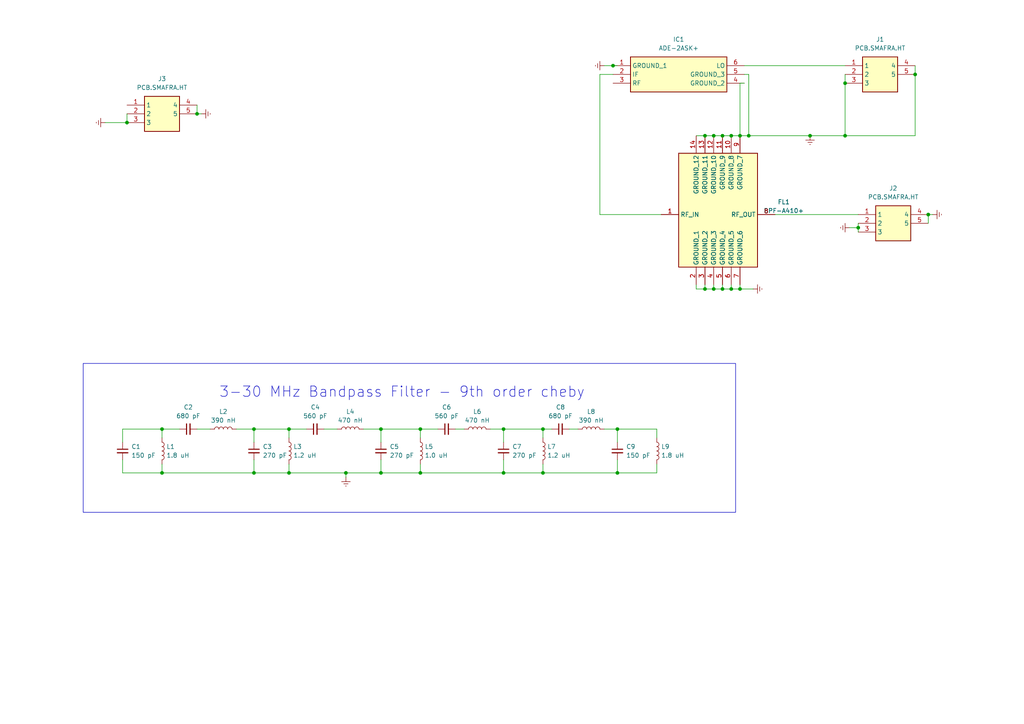
<source format=kicad_sch>
(kicad_sch (version 20230121) (generator eeschema)
  (paper "A4")
  (lib_symbols
    (symbol "Device:C_Small" (pin_numbers hide) (pin_names (offset 0.254) hide)
      (property "Reference" "C" (at 0.254 1.778 0))
      (property "Value" "C_Small" (at 0.254 -2.032 0))
      (symbol "C_Small_0_1"
        (polyline (pts (xy -1.524 -0.508) (xy 1.524 -0.508)) (stroke (width 0.3302)))
        (polyline (pts (xy -1.524 0.508) (xy 1.524 0.508)) (stroke (width 0.3048)))
      )
      (symbol "C_Small_1_1"
        (pin passive line (at 0 2.54 270) (length 2.032) (name "~") (number "1"))
        (pin passive line (at 0 -2.54 90) (length 2.032) (name "~") (number "2"))
      )
    )
    (symbol "Device:L" (pin_numbers hide) (pin_names (offset 1.016) hide)
      (property "Reference" "L" (at -1.27 0 90))
      (property "Value" "L" (at 1.905 0 90))
      (symbol "L_0_1"
        (arc (start 0 -2.54) (mid 0.6323 -1.905) (end 0 -1.27))
        (arc (start 0 -1.27) (mid 0.6323 -0.635) (end 0 0))
        (arc (start 0 0) (mid 0.6323 0.635) (end 0 1.27))
        (arc (start 0 1.27) (mid 0.6323 1.905) (end 0 2.54))
      )
      (symbol "L_1_1"
        (pin passive line (at 0 3.81 270) (length 1.27) (name "1") (number "1"))
        (pin passive line (at 0 -3.81 90) (length 1.27) (name "2") (number "2"))
      )
    )
    (symbol "SamacSys_Parts:ADE-2ASK+"
      (property "Reference" "IC" (at 34.29 7.62 0))
      (property "Value" "ADE-2ASK+" (at 34.29 5.08 0))
      (symbol "ADE-2ASK+_1_1"
        (rectangle (start 5.08 2.54) (end 33.02 -7.62) (stroke (width 0.254)) (fill (type background)))
        (pin passive line (at 0 0 0) (length 5.08) (name "GROUND_1") (number "1"))
        (pin passive line (at 0 -2.54 0) (length 5.08) (name "IF") (number "2"))
        (pin passive line (at 0 -5.08 0) (length 5.08) (name "RF") (number "3"))
        (pin passive line (at 38.1 -5.08 180) (length 5.08) (name "GROUND_2") (number "4"))
        (pin passive line (at 38.1 -2.54 180) (length 5.08) (name "GROUND_3") (number "5"))
        (pin passive line (at 38.1 0 180) (length 5.08) (name "LO") (number "6"))
      )
    )
    (symbol "SamacSys_Parts:BPF-A410+"
      (property "Reference" "FL" (at 29.21 22.86 0))
      (property "Value" "BPF-A410+" (at 29.21 20.32 0))
      (symbol "BPF-A410+_1_1"
        (rectangle (start 5.08 17.78) (end 27.94 -15.24) (stroke (width 0.254)) (fill (type background)))
        (pin passive line (at 0 0 0) (length 5.08) (name "RF_IN") (number "1"))
        (pin passive line (at 20.32 22.86 270) (length 5.08) (name "GROUND_8") (number "10"))
        (pin passive line (at 17.78 22.86 270) (length 5.08) (name "GROUND_9") (number "11"))
        (pin passive line (at 15.24 22.86 270) (length 5.08) (name "GROUND_10") (number "12"))
        (pin passive line (at 12.7 22.86 270) (length 5.08) (name "GROUND_11") (number "13"))
        (pin passive line (at 10.16 22.86 270) (length 5.08) (name "GROUND_12") (number "14"))
        (pin passive line (at 10.16 -20.32 90) (length 5.08) (name "GROUND_1") (number "2"))
        (pin passive line (at 12.7 -20.32 90) (length 5.08) (name "GROUND_2") (number "3"))
        (pin passive line (at 15.24 -20.32 90) (length 5.08) (name "GROUND_3") (number "4"))
        (pin passive line (at 17.78 -20.32 90) (length 5.08) (name "GROUND_4") (number "5"))
        (pin passive line (at 20.32 -20.32 90) (length 5.08) (name "GROUND_5") (number "6"))
        (pin passive line (at 22.86 -20.32 90) (length 5.08) (name "GROUND_6") (number "7"))
        (pin passive line (at 33.02 0 180) (length 5.08) (name "RF_OUT") (number "8"))
        (pin passive line (at 22.86 22.86 270) (length 5.08) (name "GROUND_7") (number "9"))
      )
    )
    (symbol "SamacSys_Parts:PCB.SMAFRA.HT"
      (property "Reference" "J" (at 16.51 7.62 0))
      (property "Value" "PCB.SMAFRA.HT" (at 16.51 5.08 0))
      (symbol "PCB.SMAFRA.HT_1_1"
        (rectangle (start 5.08 2.54) (end 15.24 -7.62) (stroke (width 0.254)) (fill (type background)))
        (pin passive line (at 0 0 0) (length 5.08) (name "1") (number "1"))
        (pin passive line (at 0 -2.54 0) (length 5.08) (name "2") (number "2"))
        (pin passive line (at 0 -5.08 0) (length 5.08) (name "3") (number "3"))
        (pin passive line (at 20.32 0 180) (length 5.08) (name "4") (number "4"))
        (pin passive line (at 20.32 -2.54 180) (length 5.08) (name "5") (number "5"))
      )
    )
    (symbol "power:Earth" (power) (pin_names (offset 0))
      (symbol "Earth_0_1"
        (polyline (pts (xy -0.635 -1.905) (xy 0.635 -1.905)))
        (polyline (pts (xy -0.127 -2.54) (xy 0.127 -2.54)))
        (polyline (pts (xy 0 -1.27) (xy 0 0)))
        (polyline (pts (xy 1.27 -1.27) (xy -1.27 -1.27)))
      )
      (symbol "Earth_1_1"
        (pin power_in line (at 0 0 270) (length 0) hide (name "Earth") (number "1"))
      )
    )
  )
  (junction (at 83.82 124.46))
  (junction (at 214.63 39.37))
  (junction (at 212.09 39.37))
  (junction (at 46.99 137.16))
  (junction (at 110.49 137.16))
  (junction (at 110.49 124.46))
  (junction (at 179.07 124.46))
  (junction (at 207.01 39.37))
  (junction (at 204.47 39.37))
  (junction (at 36.83 35.56))
  (junction (at 265.43 21.59))
  (junction (at 204.47 83.82))
  (junction (at 209.55 83.82))
  (junction (at 121.92 137.16))
  (junction (at 245.11 39.37))
  (junction (at 217.17 39.37))
  (junction (at 179.07 137.16))
  (junction (at 100.33 137.16))
  (junction (at 73.66 124.46))
  (junction (at 73.66 137.16))
  (junction (at 245.11 24.13))
  (junction (at 209.55 39.37))
  (junction (at 157.48 137.16))
  (junction (at 146.05 124.46))
  (junction (at 157.48 124.46))
  (junction (at 177.8 19.05))
  (junction (at 234.95 39.37))
  (junction (at 214.63 83.82))
  (junction (at 269.24 62.23))
  (junction (at 46.99 124.46))
  (junction (at 207.01 83.82))
  (junction (at 83.82 137.16))
  (junction (at 121.92 124.46))
  (junction (at 212.09 83.82))
  (junction (at 146.05 137.16))
  (junction (at 57.15 33.02))
  (junction (at 248.92 66.04))
  (wire (pts (xy 173.99 62.23) (xy 191.77 62.23)))
  (wire (pts (xy 36.83 33.02) (xy 36.83 35.56)))
  (wire (pts (xy 265.43 21.59) (xy 265.43 39.37)))
  (wire (pts (xy 214.63 39.37) (xy 217.17 39.37)))
  (wire (pts (xy 214.63 83.82) (xy 218.44 83.82)))
  (wire (pts (xy 83.82 124.46) (xy 88.9 124.46)))
  (wire (pts (xy 121.92 137.16) (xy 146.05 137.16)))
  (wire (pts (xy 212.09 83.82) (xy 212.09 82.55)))
  (wire (pts (xy 246.38 66.04) (xy 248.92 66.04)))
  (wire (pts (xy 30.48 35.56) (xy 36.83 35.56)))
  (wire (pts (xy 215.9 19.05) (xy 245.11 19.05)))
  (wire (pts (xy 97.79 124.46) (xy 93.98 124.46)))
  (wire (pts (xy 217.17 21.59) (xy 215.9 21.59)))
  (wire (pts (xy 73.66 137.16) (xy 83.82 137.16)))
  (wire (pts (xy 73.66 137.16) (xy 46.99 137.16)))
  (wire (pts (xy 167.64 124.46) (xy 165.1 124.46)))
  (wire (pts (xy 217.17 21.59) (xy 217.17 39.37)))
  (wire (pts (xy 60.96 124.46) (xy 57.15 124.46)))
  (wire (pts (xy 179.07 137.16) (xy 157.48 137.16)))
  (wire (pts (xy 146.05 124.46) (xy 146.05 128.27)))
  (wire (pts (xy 110.49 137.16) (xy 100.33 137.16)))
  (wire (pts (xy 234.95 39.37) (xy 245.11 39.37)))
  (wire (pts (xy 175.26 19.05) (xy 177.8 19.05)))
  (wire (pts (xy 57.15 30.48) (xy 57.15 33.02)))
  (wire (pts (xy 35.56 128.27) (xy 35.56 124.46)))
  (wire (pts (xy 248.92 66.04) (xy 248.92 67.31)))
  (wire (pts (xy 105.41 124.46) (xy 110.49 124.46)))
  (wire (pts (xy 100.33 137.16) (xy 100.33 138.43)))
  (wire (pts (xy 217.17 39.37) (xy 234.95 39.37)))
  (wire (pts (xy 134.62 124.46) (xy 132.08 124.46)))
  (wire (pts (xy 265.43 39.37) (xy 245.11 39.37)))
  (wire (pts (xy 121.92 124.46) (xy 110.49 124.46)))
  (wire (pts (xy 83.82 134.62) (xy 83.82 137.16)))
  (wire (pts (xy 212.09 83.82) (xy 209.55 83.82)))
  (wire (pts (xy 73.66 133.35) (xy 73.66 137.16)))
  (wire (pts (xy 207.01 39.37) (xy 209.55 39.37)))
  (wire (pts (xy 83.82 127) (xy 83.82 124.46)))
  (wire (pts (xy 146.05 137.16) (xy 157.48 137.16)))
  (wire (pts (xy 146.05 133.35) (xy 146.05 137.16)))
  (wire (pts (xy 209.55 83.82) (xy 209.55 82.55)))
  (wire (pts (xy 214.63 24.13) (xy 215.9 24.13)))
  (wire (pts (xy 201.93 83.82) (xy 204.47 83.82)))
  (wire (pts (xy 142.24 124.46) (xy 146.05 124.46)))
  (wire (pts (xy 204.47 83.82) (xy 204.47 82.55)))
  (wire (pts (xy 207.01 83.82) (xy 204.47 83.82)))
  (wire (pts (xy 173.99 21.59) (xy 173.99 62.23)))
  (wire (pts (xy 207.01 83.82) (xy 207.01 82.55)))
  (wire (pts (xy 201.93 83.82) (xy 201.93 82.55)))
  (wire (pts (xy 179.07 133.35) (xy 179.07 137.16)))
  (wire (pts (xy 100.33 137.16) (xy 83.82 137.16)))
  (wire (pts (xy 121.92 137.16) (xy 110.49 137.16)))
  (wire (pts (xy 269.24 62.23) (xy 270.51 62.23)))
  (wire (pts (xy 57.15 33.02) (xy 58.42 33.02)))
  (wire (pts (xy 224.79 62.23) (xy 248.92 62.23)))
  (wire (pts (xy 73.66 124.46) (xy 73.66 128.27)))
  (wire (pts (xy 175.26 124.46) (xy 179.07 124.46)))
  (wire (pts (xy 52.07 124.46) (xy 46.99 124.46)))
  (wire (pts (xy 245.11 39.37) (xy 245.11 24.13)))
  (wire (pts (xy 157.48 127) (xy 157.48 124.46)))
  (wire (pts (xy 46.99 137.16) (xy 46.99 134.62)))
  (wire (pts (xy 190.5 124.46) (xy 190.5 127)))
  (wire (pts (xy 110.49 133.35) (xy 110.49 137.16)))
  (wire (pts (xy 212.09 39.37) (xy 214.63 39.37)))
  (wire (pts (xy 248.92 64.77) (xy 248.92 66.04)))
  (wire (pts (xy 35.56 137.16) (xy 46.99 137.16)))
  (wire (pts (xy 245.11 21.59) (xy 245.11 24.13)))
  (wire (pts (xy 177.8 19.05) (xy 179.07 19.05)))
  (wire (pts (xy 214.63 83.82) (xy 214.63 82.55)))
  (wire (pts (xy 214.63 24.13) (xy 214.63 39.37)))
  (wire (pts (xy 173.99 21.59) (xy 177.8 21.59)))
  (wire (pts (xy 269.24 62.23) (xy 269.24 64.77)))
  (wire (pts (xy 68.58 124.46) (xy 73.66 124.46)))
  (wire (pts (xy 209.55 83.82) (xy 207.01 83.82)))
  (wire (pts (xy 265.43 19.05) (xy 265.43 21.59)))
  (wire (pts (xy 204.47 39.37) (xy 207.01 39.37)))
  (wire (pts (xy 190.5 137.16) (xy 190.5 134.62)))
  (wire (pts (xy 146.05 124.46) (xy 157.48 124.46)))
  (wire (pts (xy 160.02 124.46) (xy 157.48 124.46)))
  (wire (pts (xy 179.07 128.27) (xy 179.07 124.46)))
  (wire (pts (xy 121.92 127) (xy 121.92 124.46)))
  (wire (pts (xy 121.92 134.62) (xy 121.92 137.16)))
  (wire (pts (xy 179.07 137.16) (xy 190.5 137.16)))
  (wire (pts (xy 179.07 124.46) (xy 190.5 124.46)))
  (wire (pts (xy 209.55 39.37) (xy 212.09 39.37)))
  (wire (pts (xy 110.49 124.46) (xy 110.49 128.27)))
  (wire (pts (xy 157.48 134.62) (xy 157.48 137.16)))
  (wire (pts (xy 201.93 39.37) (xy 204.47 39.37)))
  (wire (pts (xy 46.99 124.46) (xy 46.99 127)))
  (wire (pts (xy 214.63 83.82) (xy 212.09 83.82)))
  (wire (pts (xy 35.56 124.46) (xy 46.99 124.46)))
  (wire (pts (xy 127 124.46) (xy 121.92 124.46)))
  (wire (pts (xy 73.66 124.46) (xy 83.82 124.46)))
  (wire (pts (xy 35.56 133.35) (xy 35.56 137.16)))
  (rectangle (start 24.13 105.41) (end 213.36 148.59))
  (text "3-30 MHz Bandpass Filter - 9th order cheby" (at 63.5 115.57 0) (effects (font (size 3 3)) (justify left bottom)))
  (symbol (lib_id "Device:L") (at 101.6 124.46 90) (unit 1)
    (property "Reference" "L4" (at 101.6 119.38 90))
    (property "Value" "470 nH" (at 101.6 121.92 90))
  )
  (symbol (lib_id "Device:C_Small") (at 129.54 124.46 90) (unit 1)
    (property "Reference" "C6" (at 129.5463 118.11 90))
    (property "Value" "560 pF" (at 129.5463 120.65 90))
  )
  (symbol (lib_id "SamacSys_Parts:PCB.SMAFRA.HT") (at 36.83 30.48 0) (unit 1)
    (property "Reference" "J3" (at 46.99 22.86 0))
    (property "Value" "PCB.SMAFRA.HT" (at 46.99 25.4 0))
    (property "Footprint" "SamacSys_Parts:PCBSMAFRAHT" (effects hide))
    (property "Datasheet" "https://www.mouser.com/datasheet/2/398/PCB_SMAFRA_HT-3137267.pdf" (effects hide))
    (property "Height" "9" (effects hide))
    (property "Mouser Part Number" "960-PCB.SMAFRA.HT" (effects hide))
    (property "Mouser Price/Stock" "https://www.mouser.co.uk/ProductDetail/Taoglas/PCB.SMAFRA.HT?qs=RuW%2Fu%252BNMQmubIFYcN8w5Dw%3D%3D" (effects hide))
    (property "Manufacturer_Name" "Taoglas" (effects hide))
    (property "Manufacturer_Part_Number" "PCB.SMAFRA.HT" (effects hide))
  )
  (symbol (lib_id "power:Earth") (at 100.33 138.43 0) (unit 1)
    (property "Reference" "#PWR08" (effects hide))
    (property "Value" "Earth" (effects hide))
  )
  (symbol (lib_id "Device:L") (at 138.43 124.46 90) (unit 1)
    (property "Reference" "L6" (at 138.43 119.38 90))
    (property "Value" "470 nH" (at 138.43 121.92 90))
  )
  (symbol (lib_id "SamacSys_Parts:ADE-2ASK+") (at 177.8 19.05 0) (unit 1)
    (property "Reference" "IC1" (at 196.85 11.43 0))
    (property "Value" "ADE-2ASK+" (at 196.85 13.97 0))
    (property "Footprint" "SamacSys_Parts:ADE2ASK" (effects hide))
    (property "Datasheet" "https://www.minicircuits.com/pdfs/ADE-2ASK+.pdf" (effects hide))
    (property "Height" "2.84" (effects hide))
    (property "Mouser Part Number" "139-ADE-2ASK" (effects hide))
    (property "Mouser Price/Stock" "https://www.mouser.co.uk/ProductDetail/Mini-Circuits/ADE-2ASK%2b?qs=xZ%2FP%252Ba9zWqaZUxrKmCmYgw%3D%3D" (effects hide))
    (property "Manufacturer_Name" "Mini-Circuits" (effects hide))
    (property "Manufacturer_Part_Number" "ADE-2ASK+" (effects hide))
  )
  (symbol (lib_id "Device:L") (at 64.77 124.46 90) (unit 1)
    (property "Reference" "L2" (at 64.77 119.38 90))
    (property "Value" "390 nH" (at 64.77 121.92 90))
  )
  (symbol (lib_id "Device:L") (at 190.5 130.81 0) (unit 1)
    (property "Reference" "L9" (at 191.77 129.54 0) (effects (justify left)))
    (property "Value" "1.8 uH" (at 191.77 132.08 0) (effects (justify left)))
  )
  (symbol (lib_id "power:Earth") (at 218.44 83.82 90) (unit 1)
    (property "Reference" "#PWR03" (effects hide))
    (property "Value" "Earth" (effects hide))
  )
  (symbol (lib_id "Device:L") (at 46.99 130.81 0) (unit 1)
    (property "Reference" "L1" (at 48.26 129.54 0) (effects (justify left)))
    (property "Value" "1.8 uH" (at 48.26 132.08 0) (effects (justify left)))
  )
  (symbol (lib_id "power:Earth") (at 58.42 33.02 90) (unit 1)
    (property "Reference" "#PWR07" (effects hide))
    (property "Value" "Earth" (effects hide))
  )
  (symbol (lib_id "Device:L") (at 157.48 130.81 0) (unit 1)
    (property "Reference" "L7" (at 158.75 129.54 0) (effects (justify left)))
    (property "Value" "1.2 uH" (at 158.75 132.08 0) (effects (justify left)))
  )
  (symbol (lib_id "power:Earth") (at 270.51 62.23 90) (unit 1)
    (property "Reference" "#PWR04" (effects hide))
    (property "Value" "Earth" (effects hide))
  )
  (symbol (lib_id "Device:L") (at 83.82 130.81 0) (unit 1)
    (property "Reference" "L3" (at 85.09 129.54 0) (effects (justify left)))
    (property "Value" "1.2 uH" (at 85.09 132.08 0) (effects (justify left)))
  )
  (symbol (lib_id "power:Earth") (at 234.95 39.37 0) (unit 1)
    (property "Reference" "#PWR02" (effects hide))
    (property "Value" "Earth" (effects hide))
  )
  (symbol (lib_id "SamacSys_Parts:PCB.SMAFRA.HT") (at 248.92 62.23 0) (unit 1)
    (property "Reference" "J2" (at 259.08 54.61 0))
    (property "Value" "PCB.SMAFRA.HT" (at 259.08 57.15 0))
    (property "Footprint" "SamacSys_Parts:PCBSMAFRAHT" (effects hide))
    (property "Datasheet" "https://www.mouser.com/datasheet/2/398/PCB_SMAFRA_HT-3137267.pdf" (effects hide))
    (property "Height" "9" (effects hide))
    (property "Mouser Part Number" "960-PCB.SMAFRA.HT" (effects hide))
    (property "Mouser Price/Stock" "https://www.mouser.co.uk/ProductDetail/Taoglas/PCB.SMAFRA.HT?qs=RuW%2Fu%252BNMQmubIFYcN8w5Dw%3D%3D" (effects hide))
    (property "Manufacturer_Name" "Taoglas" (effects hide))
    (property "Manufacturer_Part_Number" "PCB.SMAFRA.HT" (effects hide))
  )
  (symbol (lib_id "Device:L") (at 171.45 124.46 90) (unit 1)
    (property "Reference" "L8" (at 171.45 119.38 90))
    (property "Value" "390 nH" (at 171.45 121.92 90))
  )
  (symbol (lib_id "power:Earth") (at 30.48 35.56 270) (unit 1)
    (property "Reference" "#PWR06" (effects hide))
    (property "Value" "Earth" (effects hide))
  )
  (symbol (lib_id "Device:C_Small") (at 35.56 130.81 0) (unit 1)
    (property "Reference" "C1" (at 38.1 129.5463 0) (effects (justify left)))
    (property "Value" "150 pF" (at 38.1 132.0863 0) (effects (justify left)))
  )
  (symbol (lib_id "Device:C_Small") (at 179.07 130.81 0) (unit 1)
    (property "Reference" "C9" (at 181.61 129.5463 0) (effects (justify left)))
    (property "Value" "150 pF" (at 181.61 132.0863 0) (effects (justify left)))
  )
  (symbol (lib_id "Device:C_Small") (at 91.44 124.46 90) (unit 1)
    (property "Reference" "C4" (at 91.4463 118.11 90))
    (property "Value" "560 pF" (at 91.4463 120.65 90))
  )
  (symbol (lib_id "Device:C_Small") (at 73.66 130.81 0) (unit 1)
    (property "Reference" "C3" (at 76.2 129.5463 0) (effects (justify left)))
    (property "Value" "270 pF" (at 76.2 132.0863 0) (effects (justify left)))
  )
  (symbol (lib_id "SamacSys_Parts:PCB.SMAFRA.HT") (at 245.11 19.05 0) (unit 1)
    (property "Reference" "J1" (at 255.27 11.43 0))
    (property "Value" "PCB.SMAFRA.HT" (at 255.27 13.97 0))
    (property "Footprint" "SamacSys_Parts:PCBSMAFRAHT" (effects hide))
    (property "Datasheet" "https://www.mouser.com/datasheet/2/398/PCB_SMAFRA_HT-3137267.pdf" (effects hide))
    (property "Height" "9" (effects hide))
    (property "Mouser Part Number" "960-PCB.SMAFRA.HT" (effects hide))
    (property "Mouser Price/Stock" "https://www.mouser.co.uk/ProductDetail/Taoglas/PCB.SMAFRA.HT?qs=RuW%2Fu%252BNMQmubIFYcN8w5Dw%3D%3D" (effects hide))
    (property "Manufacturer_Name" "Taoglas" (effects hide))
    (property "Manufacturer_Part_Number" "PCB.SMAFRA.HT" (effects hide))
  )
  (symbol (lib_id "Device:L") (at 121.92 130.81 0) (unit 1)
    (property "Reference" "L5" (at 123.19 129.54 0) (effects (justify left)))
    (property "Value" "1.0 uH" (at 123.19 132.08 0) (effects (justify left)))
  )
  (symbol (lib_id "SamacSys_Parts:BPF-A410+") (at 191.77 62.23 0) (unit 1)
    (property "Reference" "FL1" (at 227.33 58.5821 0))
    (property "Value" "BPF-A410+" (at 227.33 61.1221 0))
    (property "Footprint" "SamacSys_Parts:BPFA410" (effects hide))
    (property "Datasheet" "https://www.minicircuits.com/pdfs/BPF-A410+.pdf" (effects hide))
    (property "Height" "8.89" (effects hide))
    (property "Mouser Part Number" "139-BPF-A410" (effects hide))
    (property "Mouser Price/Stock" "https://www.mouser.co.uk/ProductDetail/Mini-Circuits/BPF-A410%2b?qs=xZ%2FP%252Ba9zWqaP%252B5VhNQmPUw%3D%3D" (effects hide))
    (property "Manufacturer_Name" "Mini-Circuits" (effects hide))
    (property "Manufacturer_Part_Number" "BPF-A410+" (effects hide))
  )
  (symbol (lib_id "Device:C_Small") (at 146.05 130.81 0) (unit 1)
    (property "Reference" "C7" (at 148.59 129.5463 0) (effects (justify left)))
    (property "Value" "270 pF" (at 148.59 132.0863 0) (effects (justify left)))
  )
  (symbol (lib_id "Device:C_Small") (at 110.49 130.81 0) (unit 1)
    (property "Reference" "C5" (at 113.03 129.5463 0) (effects (justify left)))
    (property "Value" "270 pF" (at 113.03 132.0863 0) (effects (justify left)))
  )
  (symbol (lib_id "Device:C_Small") (at 54.61 124.46 90) (unit 1)
    (property "Reference" "C2" (at 54.6163 118.11 90))
    (property "Value" "680 pF" (at 54.6163 120.65 90))
  )
  (symbol (lib_id "Device:C_Small") (at 162.56 124.46 90) (unit 1)
    (property "Reference" "C8" (at 162.5663 118.11 90))
    (property "Value" "680 pF" (at 162.5663 120.65 90))
  )
  (symbol (lib_id "power:Earth") (at 246.38 66.04 270) (unit 1)
    (property "Reference" "#PWR05" (effects hide))
    (property "Value" "Earth" (effects hide))
  )
  (symbol (lib_id "power:Earth") (at 175.26 19.05 270) (unit 1)
    (property "Reference" "#PWR01" (effects hide))
    (property "Value" "Earth" (effects hide))
  )
)
</source>
